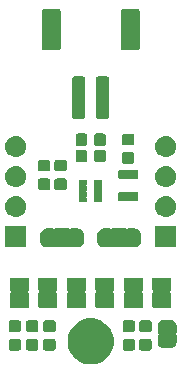
<source format=gts>
G04 #@! TF.GenerationSoftware,KiCad,Pcbnew,(5.1.4)-1*
G04 #@! TF.CreationDate,2019-11-18T19:24:08+01:00*
G04 #@! TF.ProjectId,olmBoard-v1,6f6c6d42-6f61-4726-942d-76312e6b6963,0.1*
G04 #@! TF.SameCoordinates,Original*
G04 #@! TF.FileFunction,Soldermask,Top*
G04 #@! TF.FilePolarity,Negative*
%FSLAX46Y46*%
G04 Gerber Fmt 4.6, Leading zero omitted, Abs format (unit mm)*
G04 Created by KiCad (PCBNEW (5.1.4)-1) date 2019-11-18 19:24:08*
%MOMM*%
%LPD*%
G04 APERTURE LIST*
%ADD10C,0.100000*%
G04 APERTURE END LIST*
D10*
G36*
X158049085Y-112423975D02*
G01*
X158404143Y-112571045D01*
X158404145Y-112571046D01*
X158723690Y-112784559D01*
X158995441Y-113056310D01*
X159189400Y-113346591D01*
X159208955Y-113375857D01*
X159356025Y-113730915D01*
X159431000Y-114107842D01*
X159431000Y-114492158D01*
X159356025Y-114869085D01*
X159208955Y-115224143D01*
X159208954Y-115224145D01*
X158995441Y-115543690D01*
X158723690Y-115815441D01*
X158404145Y-116028954D01*
X158404144Y-116028955D01*
X158404143Y-116028955D01*
X158049085Y-116176025D01*
X157672158Y-116251000D01*
X157287842Y-116251000D01*
X156910915Y-116176025D01*
X156555857Y-116028955D01*
X156555856Y-116028955D01*
X156555855Y-116028954D01*
X156236310Y-115815441D01*
X155964559Y-115543690D01*
X155751046Y-115224145D01*
X155751045Y-115224143D01*
X155603975Y-114869085D01*
X155529000Y-114492158D01*
X155529000Y-114107842D01*
X155603975Y-113730915D01*
X155751045Y-113375857D01*
X155770600Y-113346591D01*
X155964559Y-113056310D01*
X156236310Y-112784559D01*
X156555855Y-112571046D01*
X156555857Y-112571045D01*
X156910915Y-112423975D01*
X157287842Y-112349000D01*
X157672158Y-112349000D01*
X158049085Y-112423975D01*
X158049085Y-112423975D01*
G37*
G36*
X162495091Y-114095085D02*
G01*
X162529069Y-114105393D01*
X162560390Y-114122134D01*
X162587839Y-114144661D01*
X162610366Y-114172110D01*
X162627107Y-114203431D01*
X162637415Y-114237409D01*
X162641500Y-114278890D01*
X162641500Y-114880110D01*
X162637415Y-114921591D01*
X162627107Y-114955569D01*
X162610366Y-114986890D01*
X162587839Y-115014339D01*
X162560390Y-115036866D01*
X162529069Y-115053607D01*
X162495091Y-115063915D01*
X162453610Y-115068000D01*
X161777390Y-115068000D01*
X161735909Y-115063915D01*
X161701931Y-115053607D01*
X161670610Y-115036866D01*
X161643161Y-115014339D01*
X161620634Y-114986890D01*
X161603893Y-114955569D01*
X161593585Y-114921591D01*
X161589500Y-114880110D01*
X161589500Y-114278890D01*
X161593585Y-114237409D01*
X161603893Y-114203431D01*
X161620634Y-114172110D01*
X161643161Y-114144661D01*
X161670610Y-114122134D01*
X161701931Y-114105393D01*
X161735909Y-114095085D01*
X161777390Y-114091000D01*
X162453610Y-114091000D01*
X162495091Y-114095085D01*
X162495091Y-114095085D01*
G37*
G36*
X151446091Y-114095085D02*
G01*
X151480069Y-114105393D01*
X151511390Y-114122134D01*
X151538839Y-114144661D01*
X151561366Y-114172110D01*
X151578107Y-114203431D01*
X151588415Y-114237409D01*
X151592500Y-114278890D01*
X151592500Y-114880110D01*
X151588415Y-114921591D01*
X151578107Y-114955569D01*
X151561366Y-114986890D01*
X151538839Y-115014339D01*
X151511390Y-115036866D01*
X151480069Y-115053607D01*
X151446091Y-115063915D01*
X151404610Y-115068000D01*
X150728390Y-115068000D01*
X150686909Y-115063915D01*
X150652931Y-115053607D01*
X150621610Y-115036866D01*
X150594161Y-115014339D01*
X150571634Y-114986890D01*
X150554893Y-114955569D01*
X150544585Y-114921591D01*
X150540500Y-114880110D01*
X150540500Y-114278890D01*
X150544585Y-114237409D01*
X150554893Y-114203431D01*
X150571634Y-114172110D01*
X150594161Y-114144661D01*
X150621610Y-114122134D01*
X150652931Y-114105393D01*
X150686909Y-114095085D01*
X150728390Y-114091000D01*
X151404610Y-114091000D01*
X151446091Y-114095085D01*
X151446091Y-114095085D01*
G37*
G36*
X152906591Y-114095085D02*
G01*
X152940569Y-114105393D01*
X152971890Y-114122134D01*
X152999339Y-114144661D01*
X153021866Y-114172110D01*
X153038607Y-114203431D01*
X153048915Y-114237409D01*
X153053000Y-114278890D01*
X153053000Y-114880110D01*
X153048915Y-114921591D01*
X153038607Y-114955569D01*
X153021866Y-114986890D01*
X152999339Y-115014339D01*
X152971890Y-115036866D01*
X152940569Y-115053607D01*
X152906591Y-115063915D01*
X152865110Y-115068000D01*
X152188890Y-115068000D01*
X152147409Y-115063915D01*
X152113431Y-115053607D01*
X152082110Y-115036866D01*
X152054661Y-115014339D01*
X152032134Y-114986890D01*
X152015393Y-114955569D01*
X152005085Y-114921591D01*
X152001000Y-114880110D01*
X152001000Y-114278890D01*
X152005085Y-114237409D01*
X152015393Y-114203431D01*
X152032134Y-114172110D01*
X152054661Y-114144661D01*
X152082110Y-114122134D01*
X152113431Y-114105393D01*
X152147409Y-114095085D01*
X152188890Y-114091000D01*
X152865110Y-114091000D01*
X152906591Y-114095085D01*
X152906591Y-114095085D01*
G37*
G36*
X154367091Y-114095085D02*
G01*
X154401069Y-114105393D01*
X154432390Y-114122134D01*
X154459839Y-114144661D01*
X154482366Y-114172110D01*
X154499107Y-114203431D01*
X154509415Y-114237409D01*
X154513500Y-114278890D01*
X154513500Y-114880110D01*
X154509415Y-114921591D01*
X154499107Y-114955569D01*
X154482366Y-114986890D01*
X154459839Y-115014339D01*
X154432390Y-115036866D01*
X154401069Y-115053607D01*
X154367091Y-115063915D01*
X154325610Y-115068000D01*
X153649390Y-115068000D01*
X153607909Y-115063915D01*
X153573931Y-115053607D01*
X153542610Y-115036866D01*
X153515161Y-115014339D01*
X153492634Y-114986890D01*
X153475893Y-114955569D01*
X153465585Y-114921591D01*
X153461500Y-114880110D01*
X153461500Y-114278890D01*
X153465585Y-114237409D01*
X153475893Y-114203431D01*
X153492634Y-114172110D01*
X153515161Y-114144661D01*
X153542610Y-114122134D01*
X153573931Y-114105393D01*
X153607909Y-114095085D01*
X153649390Y-114091000D01*
X154325610Y-114091000D01*
X154367091Y-114095085D01*
X154367091Y-114095085D01*
G37*
G36*
X161098091Y-114095085D02*
G01*
X161132069Y-114105393D01*
X161163390Y-114122134D01*
X161190839Y-114144661D01*
X161213366Y-114172110D01*
X161230107Y-114203431D01*
X161240415Y-114237409D01*
X161244500Y-114278890D01*
X161244500Y-114880110D01*
X161240415Y-114921591D01*
X161230107Y-114955569D01*
X161213366Y-114986890D01*
X161190839Y-115014339D01*
X161163390Y-115036866D01*
X161132069Y-115053607D01*
X161098091Y-115063915D01*
X161056610Y-115068000D01*
X160380390Y-115068000D01*
X160338909Y-115063915D01*
X160304931Y-115053607D01*
X160273610Y-115036866D01*
X160246161Y-115014339D01*
X160223634Y-114986890D01*
X160206893Y-114955569D01*
X160196585Y-114921591D01*
X160192500Y-114880110D01*
X160192500Y-114278890D01*
X160196585Y-114237409D01*
X160206893Y-114203431D01*
X160223634Y-114172110D01*
X160246161Y-114144661D01*
X160273610Y-114122134D01*
X160304931Y-114105393D01*
X160338909Y-114095085D01*
X160380390Y-114091000D01*
X161056610Y-114091000D01*
X161098091Y-114095085D01*
X161098091Y-114095085D01*
G37*
G36*
X164219199Y-112464954D02*
G01*
X164231450Y-112465556D01*
X164249869Y-112465556D01*
X164272149Y-112467750D01*
X164356233Y-112484476D01*
X164377660Y-112490976D01*
X164456858Y-112523780D01*
X164462303Y-112526691D01*
X164462309Y-112526693D01*
X164471169Y-112531429D01*
X164471173Y-112531432D01*
X164476614Y-112534340D01*
X164547899Y-112581971D01*
X164565204Y-112596172D01*
X164625828Y-112656796D01*
X164640029Y-112674101D01*
X164687660Y-112745386D01*
X164690568Y-112750827D01*
X164690571Y-112750831D01*
X164695307Y-112759691D01*
X164695309Y-112759697D01*
X164698220Y-112765142D01*
X164731024Y-112844340D01*
X164737524Y-112865767D01*
X164754250Y-112949851D01*
X164756444Y-112972131D01*
X164756444Y-112990550D01*
X164757046Y-113002801D01*
X164758852Y-113021139D01*
X164758852Y-113508860D01*
X164757263Y-113524999D01*
X164754348Y-113534608D01*
X164749610Y-113543472D01*
X164743237Y-113551237D01*
X164730794Y-113561448D01*
X164720425Y-113568378D01*
X164703098Y-113585705D01*
X164689485Y-113606080D01*
X164680109Y-113628720D01*
X164675329Y-113652753D01*
X164675330Y-113677257D01*
X164680112Y-113701290D01*
X164689490Y-113723929D01*
X164703105Y-113744302D01*
X164720432Y-113761629D01*
X164730802Y-113768558D01*
X164743237Y-113778763D01*
X164749610Y-113786528D01*
X164754348Y-113795392D01*
X164757263Y-113805001D01*
X164758852Y-113821140D01*
X164758852Y-114308862D01*
X164757046Y-114327199D01*
X164756444Y-114339450D01*
X164756444Y-114357869D01*
X164754250Y-114380149D01*
X164737524Y-114464233D01*
X164731024Y-114485660D01*
X164698220Y-114564858D01*
X164695309Y-114570303D01*
X164695307Y-114570309D01*
X164690571Y-114579169D01*
X164690568Y-114579173D01*
X164687660Y-114584614D01*
X164640029Y-114655899D01*
X164625828Y-114673204D01*
X164565204Y-114733828D01*
X164547899Y-114748029D01*
X164476614Y-114795660D01*
X164471173Y-114798568D01*
X164471169Y-114798571D01*
X164462309Y-114803307D01*
X164462303Y-114803309D01*
X164456858Y-114806220D01*
X164377660Y-114839024D01*
X164356233Y-114845524D01*
X164272149Y-114862250D01*
X164249869Y-114864444D01*
X164231450Y-114864444D01*
X164219199Y-114865046D01*
X164200862Y-114866852D01*
X163713138Y-114866852D01*
X163694801Y-114865046D01*
X163682550Y-114864444D01*
X163664131Y-114864444D01*
X163641851Y-114862250D01*
X163557767Y-114845524D01*
X163536340Y-114839024D01*
X163457142Y-114806220D01*
X163451697Y-114803309D01*
X163451691Y-114803307D01*
X163442831Y-114798571D01*
X163442827Y-114798568D01*
X163437386Y-114795660D01*
X163366101Y-114748029D01*
X163348796Y-114733828D01*
X163288172Y-114673204D01*
X163273971Y-114655899D01*
X163226340Y-114584614D01*
X163223432Y-114579173D01*
X163223429Y-114579169D01*
X163218693Y-114570309D01*
X163218691Y-114570303D01*
X163215780Y-114564858D01*
X163182976Y-114485660D01*
X163176476Y-114464233D01*
X163159750Y-114380149D01*
X163157556Y-114357869D01*
X163157556Y-114339450D01*
X163156954Y-114327199D01*
X163155148Y-114308862D01*
X163155148Y-113821140D01*
X163156737Y-113805001D01*
X163159652Y-113795392D01*
X163164390Y-113786528D01*
X163170763Y-113778763D01*
X163183206Y-113768552D01*
X163193575Y-113761622D01*
X163210902Y-113744295D01*
X163224515Y-113723920D01*
X163233891Y-113701280D01*
X163238671Y-113677247D01*
X163238670Y-113652743D01*
X163233888Y-113628710D01*
X163224510Y-113606071D01*
X163210895Y-113585698D01*
X163193568Y-113568371D01*
X163183198Y-113561442D01*
X163170763Y-113551237D01*
X163164390Y-113543472D01*
X163159652Y-113534608D01*
X163156737Y-113524999D01*
X163155148Y-113508860D01*
X163155148Y-113021139D01*
X163156954Y-113002801D01*
X163157556Y-112990550D01*
X163157556Y-112972131D01*
X163159750Y-112949851D01*
X163176476Y-112865767D01*
X163182976Y-112844340D01*
X163215780Y-112765142D01*
X163218691Y-112759697D01*
X163218693Y-112759691D01*
X163223429Y-112750831D01*
X163223432Y-112750827D01*
X163226340Y-112745386D01*
X163273971Y-112674101D01*
X163288172Y-112656796D01*
X163348796Y-112596172D01*
X163366101Y-112581971D01*
X163437386Y-112534340D01*
X163442827Y-112531432D01*
X163442831Y-112531429D01*
X163451691Y-112526693D01*
X163451697Y-112526691D01*
X163457142Y-112523780D01*
X163536340Y-112490976D01*
X163557767Y-112484476D01*
X163641851Y-112467750D01*
X163664131Y-112465556D01*
X163682550Y-112465556D01*
X163694801Y-112464954D01*
X163713139Y-112463148D01*
X164200861Y-112463148D01*
X164219199Y-112464954D01*
X164219199Y-112464954D01*
G37*
G36*
X162495091Y-112520085D02*
G01*
X162529069Y-112530393D01*
X162560390Y-112547134D01*
X162587839Y-112569661D01*
X162610366Y-112597110D01*
X162627107Y-112628431D01*
X162637415Y-112662409D01*
X162641500Y-112703890D01*
X162641500Y-113305110D01*
X162637415Y-113346591D01*
X162627107Y-113380569D01*
X162610366Y-113411890D01*
X162587839Y-113439339D01*
X162560390Y-113461866D01*
X162529069Y-113478607D01*
X162495091Y-113488915D01*
X162453610Y-113493000D01*
X161777390Y-113493000D01*
X161735909Y-113488915D01*
X161701931Y-113478607D01*
X161670610Y-113461866D01*
X161643161Y-113439339D01*
X161620634Y-113411890D01*
X161603893Y-113380569D01*
X161593585Y-113346591D01*
X161589500Y-113305110D01*
X161589500Y-112703890D01*
X161593585Y-112662409D01*
X161603893Y-112628431D01*
X161620634Y-112597110D01*
X161643161Y-112569661D01*
X161670610Y-112547134D01*
X161701931Y-112530393D01*
X161735909Y-112520085D01*
X161777390Y-112516000D01*
X162453610Y-112516000D01*
X162495091Y-112520085D01*
X162495091Y-112520085D01*
G37*
G36*
X161098091Y-112520085D02*
G01*
X161132069Y-112530393D01*
X161163390Y-112547134D01*
X161190839Y-112569661D01*
X161213366Y-112597110D01*
X161230107Y-112628431D01*
X161240415Y-112662409D01*
X161244500Y-112703890D01*
X161244500Y-113305110D01*
X161240415Y-113346591D01*
X161230107Y-113380569D01*
X161213366Y-113411890D01*
X161190839Y-113439339D01*
X161163390Y-113461866D01*
X161132069Y-113478607D01*
X161098091Y-113488915D01*
X161056610Y-113493000D01*
X160380390Y-113493000D01*
X160338909Y-113488915D01*
X160304931Y-113478607D01*
X160273610Y-113461866D01*
X160246161Y-113439339D01*
X160223634Y-113411890D01*
X160206893Y-113380569D01*
X160196585Y-113346591D01*
X160192500Y-113305110D01*
X160192500Y-112703890D01*
X160196585Y-112662409D01*
X160206893Y-112628431D01*
X160223634Y-112597110D01*
X160246161Y-112569661D01*
X160273610Y-112547134D01*
X160304931Y-112530393D01*
X160338909Y-112520085D01*
X160380390Y-112516000D01*
X161056610Y-112516000D01*
X161098091Y-112520085D01*
X161098091Y-112520085D01*
G37*
G36*
X152906591Y-112520085D02*
G01*
X152940569Y-112530393D01*
X152971890Y-112547134D01*
X152999339Y-112569661D01*
X153021866Y-112597110D01*
X153038607Y-112628431D01*
X153048915Y-112662409D01*
X153053000Y-112703890D01*
X153053000Y-113305110D01*
X153048915Y-113346591D01*
X153038607Y-113380569D01*
X153021866Y-113411890D01*
X152999339Y-113439339D01*
X152971890Y-113461866D01*
X152940569Y-113478607D01*
X152906591Y-113488915D01*
X152865110Y-113493000D01*
X152188890Y-113493000D01*
X152147409Y-113488915D01*
X152113431Y-113478607D01*
X152082110Y-113461866D01*
X152054661Y-113439339D01*
X152032134Y-113411890D01*
X152015393Y-113380569D01*
X152005085Y-113346591D01*
X152001000Y-113305110D01*
X152001000Y-112703890D01*
X152005085Y-112662409D01*
X152015393Y-112628431D01*
X152032134Y-112597110D01*
X152054661Y-112569661D01*
X152082110Y-112547134D01*
X152113431Y-112530393D01*
X152147409Y-112520085D01*
X152188890Y-112516000D01*
X152865110Y-112516000D01*
X152906591Y-112520085D01*
X152906591Y-112520085D01*
G37*
G36*
X151446091Y-112520085D02*
G01*
X151480069Y-112530393D01*
X151511390Y-112547134D01*
X151538839Y-112569661D01*
X151561366Y-112597110D01*
X151578107Y-112628431D01*
X151588415Y-112662409D01*
X151592500Y-112703890D01*
X151592500Y-113305110D01*
X151588415Y-113346591D01*
X151578107Y-113380569D01*
X151561366Y-113411890D01*
X151538839Y-113439339D01*
X151511390Y-113461866D01*
X151480069Y-113478607D01*
X151446091Y-113488915D01*
X151404610Y-113493000D01*
X150728390Y-113493000D01*
X150686909Y-113488915D01*
X150652931Y-113478607D01*
X150621610Y-113461866D01*
X150594161Y-113439339D01*
X150571634Y-113411890D01*
X150554893Y-113380569D01*
X150544585Y-113346591D01*
X150540500Y-113305110D01*
X150540500Y-112703890D01*
X150544585Y-112662409D01*
X150554893Y-112628431D01*
X150571634Y-112597110D01*
X150594161Y-112569661D01*
X150621610Y-112547134D01*
X150652931Y-112530393D01*
X150686909Y-112520085D01*
X150728390Y-112516000D01*
X151404610Y-112516000D01*
X151446091Y-112520085D01*
X151446091Y-112520085D01*
G37*
G36*
X154367091Y-112520085D02*
G01*
X154401069Y-112530393D01*
X154432390Y-112547134D01*
X154459839Y-112569661D01*
X154482366Y-112597110D01*
X154499107Y-112628431D01*
X154509415Y-112662409D01*
X154513500Y-112703890D01*
X154513500Y-113305110D01*
X154509415Y-113346591D01*
X154499107Y-113380569D01*
X154482366Y-113411890D01*
X154459839Y-113439339D01*
X154432390Y-113461866D01*
X154401069Y-113478607D01*
X154367091Y-113488915D01*
X154325610Y-113493000D01*
X153649390Y-113493000D01*
X153607909Y-113488915D01*
X153573931Y-113478607D01*
X153542610Y-113461866D01*
X153515161Y-113439339D01*
X153492634Y-113411890D01*
X153475893Y-113380569D01*
X153465585Y-113346591D01*
X153461500Y-113305110D01*
X153461500Y-112703890D01*
X153465585Y-112662409D01*
X153475893Y-112628431D01*
X153492634Y-112597110D01*
X153515161Y-112569661D01*
X153542610Y-112547134D01*
X153573931Y-112530393D01*
X153607909Y-112520085D01*
X153649390Y-112516000D01*
X154325610Y-112516000D01*
X154367091Y-112520085D01*
X154367091Y-112520085D01*
G37*
G36*
X159446499Y-108897237D02*
G01*
X159456108Y-108900152D01*
X159464972Y-108904890D01*
X159472737Y-108911263D01*
X159479110Y-108919028D01*
X159483848Y-108927892D01*
X159486763Y-108937501D01*
X159488352Y-108953640D01*
X159488352Y-109941360D01*
X159486763Y-109957499D01*
X159483848Y-109967108D01*
X159479110Y-109975972D01*
X159472758Y-109983712D01*
X159472737Y-109983737D01*
X159464927Y-109990140D01*
X159464872Y-109990177D01*
X159455353Y-109997980D01*
X159455378Y-109998011D01*
X159441528Y-110009353D01*
X159425963Y-110028279D01*
X159414389Y-110049877D01*
X159407251Y-110073319D01*
X159404824Y-110097702D01*
X159407200Y-110122091D01*
X159414289Y-110145547D01*
X159425818Y-110167170D01*
X159441343Y-110186128D01*
X159460269Y-110201693D01*
X159463325Y-110203529D01*
X159465014Y-110204918D01*
X159465016Y-110204919D01*
X159471212Y-110210015D01*
X159472774Y-110211300D01*
X159479142Y-110219075D01*
X159482291Y-110224983D01*
X159483867Y-110227938D01*
X159486757Y-110237501D01*
X159486782Y-110237585D01*
X159488352Y-110253613D01*
X159488352Y-111391360D01*
X159486763Y-111407499D01*
X159483848Y-111417108D01*
X159479110Y-111425972D01*
X159472737Y-111433737D01*
X159464972Y-111440110D01*
X159456108Y-111444848D01*
X159446499Y-111447763D01*
X159430360Y-111449352D01*
X157942640Y-111449352D01*
X157926501Y-111447763D01*
X157916892Y-111444848D01*
X157908028Y-111440110D01*
X157900263Y-111433737D01*
X157893890Y-111425972D01*
X157889152Y-111417108D01*
X157886237Y-111407499D01*
X157884648Y-111391360D01*
X157884648Y-110253640D01*
X157886237Y-110237501D01*
X157889152Y-110227892D01*
X157893890Y-110219028D01*
X157900263Y-110211263D01*
X157913237Y-110200616D01*
X157922468Y-110194447D01*
X157939794Y-110177119D01*
X157953407Y-110156744D01*
X157962783Y-110134105D01*
X157967563Y-110110072D01*
X157967562Y-110085568D01*
X157962780Y-110061535D01*
X157953402Y-110038896D01*
X157939787Y-110018522D01*
X157922459Y-110001196D01*
X157913183Y-109994325D01*
X157900300Y-109983774D01*
X157899168Y-109982397D01*
X157893919Y-109976016D01*
X157889174Y-109967161D01*
X157888249Y-109964123D01*
X157886258Y-109957585D01*
X157886258Y-109957582D01*
X157886248Y-109957550D01*
X157885253Y-109947500D01*
X157885253Y-109947435D01*
X157884648Y-109941325D01*
X157884648Y-108953640D01*
X157886237Y-108937501D01*
X157889152Y-108927892D01*
X157893890Y-108919028D01*
X157900263Y-108911263D01*
X157908028Y-108904890D01*
X157916892Y-108900152D01*
X157926501Y-108897237D01*
X157942640Y-108895648D01*
X159430360Y-108895648D01*
X159446499Y-108897237D01*
X159446499Y-108897237D01*
G37*
G36*
X152207499Y-108897237D02*
G01*
X152217108Y-108900152D01*
X152225972Y-108904890D01*
X152233737Y-108911263D01*
X152240110Y-108919028D01*
X152244848Y-108927892D01*
X152247763Y-108937501D01*
X152249352Y-108953640D01*
X152249352Y-109941360D01*
X152247763Y-109957499D01*
X152244848Y-109967108D01*
X152240110Y-109975972D01*
X152233758Y-109983712D01*
X152233737Y-109983737D01*
X152225927Y-109990140D01*
X152225872Y-109990177D01*
X152216353Y-109997980D01*
X152216378Y-109998011D01*
X152202528Y-110009353D01*
X152186963Y-110028279D01*
X152175389Y-110049877D01*
X152168251Y-110073319D01*
X152165824Y-110097702D01*
X152168200Y-110122091D01*
X152175289Y-110145547D01*
X152186818Y-110167170D01*
X152202343Y-110186128D01*
X152221269Y-110201693D01*
X152224325Y-110203529D01*
X152226014Y-110204918D01*
X152226016Y-110204919D01*
X152232212Y-110210015D01*
X152233774Y-110211300D01*
X152240142Y-110219075D01*
X152243291Y-110224983D01*
X152244867Y-110227938D01*
X152247757Y-110237501D01*
X152247782Y-110237585D01*
X152249352Y-110253613D01*
X152249352Y-111391360D01*
X152247763Y-111407499D01*
X152244848Y-111417108D01*
X152240110Y-111425972D01*
X152233737Y-111433737D01*
X152225972Y-111440110D01*
X152217108Y-111444848D01*
X152207499Y-111447763D01*
X152191360Y-111449352D01*
X150703640Y-111449352D01*
X150687501Y-111447763D01*
X150677892Y-111444848D01*
X150669028Y-111440110D01*
X150661263Y-111433737D01*
X150654890Y-111425972D01*
X150650152Y-111417108D01*
X150647237Y-111407499D01*
X150645648Y-111391360D01*
X150645648Y-110253640D01*
X150647237Y-110237501D01*
X150650152Y-110227892D01*
X150654890Y-110219028D01*
X150661263Y-110211263D01*
X150674237Y-110200616D01*
X150683468Y-110194447D01*
X150700794Y-110177119D01*
X150714407Y-110156744D01*
X150723783Y-110134105D01*
X150728563Y-110110072D01*
X150728562Y-110085568D01*
X150723780Y-110061535D01*
X150714402Y-110038896D01*
X150700787Y-110018522D01*
X150683459Y-110001196D01*
X150674183Y-109994325D01*
X150661300Y-109983774D01*
X150660168Y-109982397D01*
X150654919Y-109976016D01*
X150650174Y-109967161D01*
X150649249Y-109964123D01*
X150647258Y-109957585D01*
X150647258Y-109957582D01*
X150647248Y-109957550D01*
X150646253Y-109947500D01*
X150646253Y-109947435D01*
X150645648Y-109941325D01*
X150645648Y-108953640D01*
X150647237Y-108937501D01*
X150650152Y-108927892D01*
X150654890Y-108919028D01*
X150661263Y-108911263D01*
X150669028Y-108904890D01*
X150677892Y-108900152D01*
X150687501Y-108897237D01*
X150703640Y-108895648D01*
X152191360Y-108895648D01*
X152207499Y-108897237D01*
X152207499Y-108897237D01*
G37*
G36*
X154620499Y-108897237D02*
G01*
X154630108Y-108900152D01*
X154638972Y-108904890D01*
X154646737Y-108911263D01*
X154653110Y-108919028D01*
X154657848Y-108927892D01*
X154660763Y-108937501D01*
X154662352Y-108953640D01*
X154662352Y-109941360D01*
X154660763Y-109957499D01*
X154657848Y-109967108D01*
X154653110Y-109975972D01*
X154646758Y-109983712D01*
X154646737Y-109983737D01*
X154638927Y-109990140D01*
X154638872Y-109990177D01*
X154629353Y-109997980D01*
X154629378Y-109998011D01*
X154615528Y-110009353D01*
X154599963Y-110028279D01*
X154588389Y-110049877D01*
X154581251Y-110073319D01*
X154578824Y-110097702D01*
X154581200Y-110122091D01*
X154588289Y-110145547D01*
X154599818Y-110167170D01*
X154615343Y-110186128D01*
X154634269Y-110201693D01*
X154637325Y-110203529D01*
X154639014Y-110204918D01*
X154639016Y-110204919D01*
X154645212Y-110210015D01*
X154646774Y-110211300D01*
X154653142Y-110219075D01*
X154656291Y-110224983D01*
X154657867Y-110227938D01*
X154660757Y-110237501D01*
X154660782Y-110237585D01*
X154662352Y-110253613D01*
X154662352Y-111391360D01*
X154660763Y-111407499D01*
X154657848Y-111417108D01*
X154653110Y-111425972D01*
X154646737Y-111433737D01*
X154638972Y-111440110D01*
X154630108Y-111444848D01*
X154620499Y-111447763D01*
X154604360Y-111449352D01*
X153116640Y-111449352D01*
X153100501Y-111447763D01*
X153090892Y-111444848D01*
X153082028Y-111440110D01*
X153074263Y-111433737D01*
X153067890Y-111425972D01*
X153063152Y-111417108D01*
X153060237Y-111407499D01*
X153058648Y-111391360D01*
X153058648Y-110253640D01*
X153060237Y-110237501D01*
X153063152Y-110227892D01*
X153067890Y-110219028D01*
X153074263Y-110211263D01*
X153087237Y-110200616D01*
X153096468Y-110194447D01*
X153113794Y-110177119D01*
X153127407Y-110156744D01*
X153136783Y-110134105D01*
X153141563Y-110110072D01*
X153141562Y-110085568D01*
X153136780Y-110061535D01*
X153127402Y-110038896D01*
X153113787Y-110018522D01*
X153096459Y-110001196D01*
X153087183Y-109994325D01*
X153074300Y-109983774D01*
X153073168Y-109982397D01*
X153067919Y-109976016D01*
X153063174Y-109967161D01*
X153062249Y-109964123D01*
X153060258Y-109957585D01*
X153060258Y-109957582D01*
X153060248Y-109957550D01*
X153059253Y-109947500D01*
X153059253Y-109947435D01*
X153058648Y-109941325D01*
X153058648Y-108953640D01*
X153060237Y-108937501D01*
X153063152Y-108927892D01*
X153067890Y-108919028D01*
X153074263Y-108911263D01*
X153082028Y-108904890D01*
X153090892Y-108900152D01*
X153100501Y-108897237D01*
X153116640Y-108895648D01*
X154604360Y-108895648D01*
X154620499Y-108897237D01*
X154620499Y-108897237D01*
G37*
G36*
X157033499Y-108897237D02*
G01*
X157043108Y-108900152D01*
X157051972Y-108904890D01*
X157059737Y-108911263D01*
X157066110Y-108919028D01*
X157070848Y-108927892D01*
X157073763Y-108937501D01*
X157075352Y-108953640D01*
X157075352Y-109941360D01*
X157073763Y-109957499D01*
X157070848Y-109967108D01*
X157066110Y-109975972D01*
X157059758Y-109983712D01*
X157059737Y-109983737D01*
X157051927Y-109990140D01*
X157051872Y-109990177D01*
X157042353Y-109997980D01*
X157042378Y-109998011D01*
X157028528Y-110009353D01*
X157012963Y-110028279D01*
X157001389Y-110049877D01*
X156994251Y-110073319D01*
X156991824Y-110097702D01*
X156994200Y-110122091D01*
X157001289Y-110145547D01*
X157012818Y-110167170D01*
X157028343Y-110186128D01*
X157047269Y-110201693D01*
X157050325Y-110203529D01*
X157052014Y-110204918D01*
X157052016Y-110204919D01*
X157058212Y-110210015D01*
X157059774Y-110211300D01*
X157066142Y-110219075D01*
X157069291Y-110224983D01*
X157070867Y-110227938D01*
X157073757Y-110237501D01*
X157073782Y-110237585D01*
X157075352Y-110253613D01*
X157075352Y-111391360D01*
X157073763Y-111407499D01*
X157070848Y-111417108D01*
X157066110Y-111425972D01*
X157059737Y-111433737D01*
X157051972Y-111440110D01*
X157043108Y-111444848D01*
X157033499Y-111447763D01*
X157017360Y-111449352D01*
X155529640Y-111449352D01*
X155513501Y-111447763D01*
X155503892Y-111444848D01*
X155495028Y-111440110D01*
X155487263Y-111433737D01*
X155480890Y-111425972D01*
X155476152Y-111417108D01*
X155473237Y-111407499D01*
X155471648Y-111391360D01*
X155471648Y-110253640D01*
X155473237Y-110237501D01*
X155476152Y-110227892D01*
X155480890Y-110219028D01*
X155487263Y-110211263D01*
X155500237Y-110200616D01*
X155509468Y-110194447D01*
X155526794Y-110177119D01*
X155540407Y-110156744D01*
X155549783Y-110134105D01*
X155554563Y-110110072D01*
X155554562Y-110085568D01*
X155549780Y-110061535D01*
X155540402Y-110038896D01*
X155526787Y-110018522D01*
X155509459Y-110001196D01*
X155500183Y-109994325D01*
X155487300Y-109983774D01*
X155486168Y-109982397D01*
X155480919Y-109976016D01*
X155476174Y-109967161D01*
X155475249Y-109964123D01*
X155473258Y-109957585D01*
X155473258Y-109957582D01*
X155473248Y-109957550D01*
X155472253Y-109947500D01*
X155472253Y-109947435D01*
X155471648Y-109941325D01*
X155471648Y-108953640D01*
X155473237Y-108937501D01*
X155476152Y-108927892D01*
X155480890Y-108919028D01*
X155487263Y-108911263D01*
X155495028Y-108904890D01*
X155503892Y-108900152D01*
X155513501Y-108897237D01*
X155529640Y-108895648D01*
X157017360Y-108895648D01*
X157033499Y-108897237D01*
X157033499Y-108897237D01*
G37*
G36*
X161859499Y-108897237D02*
G01*
X161869108Y-108900152D01*
X161877972Y-108904890D01*
X161885737Y-108911263D01*
X161892110Y-108919028D01*
X161896848Y-108927892D01*
X161899763Y-108937501D01*
X161901352Y-108953640D01*
X161901352Y-109941360D01*
X161899763Y-109957499D01*
X161896848Y-109967108D01*
X161892110Y-109975972D01*
X161885758Y-109983712D01*
X161885737Y-109983737D01*
X161877927Y-109990140D01*
X161877872Y-109990177D01*
X161868353Y-109997980D01*
X161868378Y-109998011D01*
X161854528Y-110009353D01*
X161838963Y-110028279D01*
X161827389Y-110049877D01*
X161820251Y-110073319D01*
X161817824Y-110097702D01*
X161820200Y-110122091D01*
X161827289Y-110145547D01*
X161838818Y-110167170D01*
X161854343Y-110186128D01*
X161873269Y-110201693D01*
X161876325Y-110203529D01*
X161878014Y-110204918D01*
X161878016Y-110204919D01*
X161884212Y-110210015D01*
X161885774Y-110211300D01*
X161892142Y-110219075D01*
X161895291Y-110224983D01*
X161896867Y-110227938D01*
X161899757Y-110237501D01*
X161899782Y-110237585D01*
X161901352Y-110253613D01*
X161901352Y-111391360D01*
X161899763Y-111407499D01*
X161896848Y-111417108D01*
X161892110Y-111425972D01*
X161885737Y-111433737D01*
X161877972Y-111440110D01*
X161869108Y-111444848D01*
X161859499Y-111447763D01*
X161843360Y-111449352D01*
X160355640Y-111449352D01*
X160339501Y-111447763D01*
X160329892Y-111444848D01*
X160321028Y-111440110D01*
X160313263Y-111433737D01*
X160306890Y-111425972D01*
X160302152Y-111417108D01*
X160299237Y-111407499D01*
X160297648Y-111391360D01*
X160297648Y-110253640D01*
X160299237Y-110237501D01*
X160302152Y-110227892D01*
X160306890Y-110219028D01*
X160313263Y-110211263D01*
X160326237Y-110200616D01*
X160335468Y-110194447D01*
X160352794Y-110177119D01*
X160366407Y-110156744D01*
X160375783Y-110134105D01*
X160380563Y-110110072D01*
X160380562Y-110085568D01*
X160375780Y-110061535D01*
X160366402Y-110038896D01*
X160352787Y-110018522D01*
X160335459Y-110001196D01*
X160326183Y-109994325D01*
X160313300Y-109983774D01*
X160312168Y-109982397D01*
X160306919Y-109976016D01*
X160302174Y-109967161D01*
X160301249Y-109964123D01*
X160299258Y-109957585D01*
X160299258Y-109957582D01*
X160299248Y-109957550D01*
X160298253Y-109947500D01*
X160298253Y-109947435D01*
X160297648Y-109941325D01*
X160297648Y-108953640D01*
X160299237Y-108937501D01*
X160302152Y-108927892D01*
X160306890Y-108919028D01*
X160313263Y-108911263D01*
X160321028Y-108904890D01*
X160329892Y-108900152D01*
X160339501Y-108897237D01*
X160355640Y-108895648D01*
X161843360Y-108895648D01*
X161859499Y-108897237D01*
X161859499Y-108897237D01*
G37*
G36*
X164272499Y-108897237D02*
G01*
X164282108Y-108900152D01*
X164290972Y-108904890D01*
X164298737Y-108911263D01*
X164305110Y-108919028D01*
X164309848Y-108927892D01*
X164312763Y-108937501D01*
X164314352Y-108953640D01*
X164314352Y-109941360D01*
X164312763Y-109957499D01*
X164309848Y-109967108D01*
X164305110Y-109975972D01*
X164298758Y-109983712D01*
X164298737Y-109983737D01*
X164290927Y-109990140D01*
X164290872Y-109990177D01*
X164281353Y-109997980D01*
X164281378Y-109998011D01*
X164267528Y-110009353D01*
X164251963Y-110028279D01*
X164240389Y-110049877D01*
X164233251Y-110073319D01*
X164230824Y-110097702D01*
X164233200Y-110122091D01*
X164240289Y-110145547D01*
X164251818Y-110167170D01*
X164267343Y-110186128D01*
X164286269Y-110201693D01*
X164289325Y-110203529D01*
X164291014Y-110204918D01*
X164291016Y-110204919D01*
X164297212Y-110210015D01*
X164298774Y-110211300D01*
X164305142Y-110219075D01*
X164308291Y-110224983D01*
X164309867Y-110227938D01*
X164312757Y-110237501D01*
X164312782Y-110237585D01*
X164314352Y-110253613D01*
X164314352Y-111391360D01*
X164312763Y-111407499D01*
X164309848Y-111417108D01*
X164305110Y-111425972D01*
X164298737Y-111433737D01*
X164290972Y-111440110D01*
X164282108Y-111444848D01*
X164272499Y-111447763D01*
X164256360Y-111449352D01*
X162768640Y-111449352D01*
X162752501Y-111447763D01*
X162742892Y-111444848D01*
X162734028Y-111440110D01*
X162726263Y-111433737D01*
X162719890Y-111425972D01*
X162715152Y-111417108D01*
X162712237Y-111407499D01*
X162710648Y-111391360D01*
X162710648Y-110253640D01*
X162712237Y-110237501D01*
X162715152Y-110227892D01*
X162719890Y-110219028D01*
X162726263Y-110211263D01*
X162739237Y-110200616D01*
X162748468Y-110194447D01*
X162765794Y-110177119D01*
X162779407Y-110156744D01*
X162788783Y-110134105D01*
X162793563Y-110110072D01*
X162793562Y-110085568D01*
X162788780Y-110061535D01*
X162779402Y-110038896D01*
X162765787Y-110018522D01*
X162748459Y-110001196D01*
X162739183Y-109994325D01*
X162726300Y-109983774D01*
X162725168Y-109982397D01*
X162719919Y-109976016D01*
X162715174Y-109967161D01*
X162714249Y-109964123D01*
X162712258Y-109957585D01*
X162712258Y-109957582D01*
X162712248Y-109957550D01*
X162711253Y-109947500D01*
X162711253Y-109947435D01*
X162710648Y-109941325D01*
X162710648Y-108953640D01*
X162712237Y-108937501D01*
X162715152Y-108927892D01*
X162719890Y-108919028D01*
X162726263Y-108911263D01*
X162734028Y-108904890D01*
X162742892Y-108900152D01*
X162752501Y-108897237D01*
X162768640Y-108895648D01*
X164256360Y-108895648D01*
X164272499Y-108897237D01*
X164272499Y-108897237D01*
G37*
G36*
X154326999Y-104736737D02*
G01*
X154341528Y-104741145D01*
X154354711Y-104746606D01*
X154378745Y-104751388D01*
X154403249Y-104751389D01*
X154427282Y-104746609D01*
X154449921Y-104737232D01*
X154451765Y-104736000D01*
X155683050Y-104736000D01*
X155695164Y-104742475D01*
X155718613Y-104749588D01*
X155742999Y-104751990D01*
X155767385Y-104749588D01*
X155790834Y-104742475D01*
X155795746Y-104740152D01*
X155807001Y-104736737D01*
X155823140Y-104735148D01*
X156360861Y-104735148D01*
X156379199Y-104736954D01*
X156391450Y-104737556D01*
X156409869Y-104737556D01*
X156432149Y-104739750D01*
X156516233Y-104756476D01*
X156537660Y-104762976D01*
X156616858Y-104795780D01*
X156622303Y-104798691D01*
X156622309Y-104798693D01*
X156631169Y-104803429D01*
X156631173Y-104803432D01*
X156636614Y-104806340D01*
X156707899Y-104853971D01*
X156725204Y-104868172D01*
X156785828Y-104928796D01*
X156800029Y-104946101D01*
X156847660Y-105017386D01*
X156850568Y-105022827D01*
X156850571Y-105022831D01*
X156855307Y-105031691D01*
X156855309Y-105031697D01*
X156858220Y-105037142D01*
X156891024Y-105116340D01*
X156897524Y-105137767D01*
X156914250Y-105221851D01*
X156916444Y-105244131D01*
X156916444Y-105262550D01*
X156917046Y-105274801D01*
X156918852Y-105293139D01*
X156918852Y-105780862D01*
X156917046Y-105799199D01*
X156916444Y-105811450D01*
X156916444Y-105829869D01*
X156914250Y-105852149D01*
X156897524Y-105936233D01*
X156891024Y-105957660D01*
X156858220Y-106036858D01*
X156855309Y-106042303D01*
X156855307Y-106042309D01*
X156850571Y-106051169D01*
X156850568Y-106051173D01*
X156847660Y-106056614D01*
X156800029Y-106127899D01*
X156785828Y-106145204D01*
X156725204Y-106205828D01*
X156707899Y-106220029D01*
X156636614Y-106267660D01*
X156631173Y-106270568D01*
X156631169Y-106270571D01*
X156622309Y-106275307D01*
X156622303Y-106275309D01*
X156616858Y-106278220D01*
X156537660Y-106311024D01*
X156516233Y-106317524D01*
X156432149Y-106334250D01*
X156409869Y-106336444D01*
X156391450Y-106336444D01*
X156379199Y-106337046D01*
X156360862Y-106338852D01*
X155823140Y-106338852D01*
X155807001Y-106337263D01*
X155792472Y-106332855D01*
X155779289Y-106327394D01*
X155755255Y-106322612D01*
X155730751Y-106322611D01*
X155706718Y-106327391D01*
X155684079Y-106336768D01*
X155682235Y-106338000D01*
X154450950Y-106338000D01*
X154438836Y-106331525D01*
X154415387Y-106324412D01*
X154391001Y-106322010D01*
X154366615Y-106324412D01*
X154343166Y-106331525D01*
X154338254Y-106333848D01*
X154326999Y-106337263D01*
X154310860Y-106338852D01*
X153773138Y-106338852D01*
X153754801Y-106337046D01*
X153742550Y-106336444D01*
X153724131Y-106336444D01*
X153701851Y-106334250D01*
X153617767Y-106317524D01*
X153596340Y-106311024D01*
X153517142Y-106278220D01*
X153511697Y-106275309D01*
X153511691Y-106275307D01*
X153502831Y-106270571D01*
X153502827Y-106270568D01*
X153497386Y-106267660D01*
X153426101Y-106220029D01*
X153408796Y-106205828D01*
X153348172Y-106145204D01*
X153333971Y-106127899D01*
X153286340Y-106056614D01*
X153283432Y-106051173D01*
X153283429Y-106051169D01*
X153278693Y-106042309D01*
X153278691Y-106042303D01*
X153275780Y-106036858D01*
X153242976Y-105957660D01*
X153236476Y-105936233D01*
X153219750Y-105852149D01*
X153217556Y-105829869D01*
X153217556Y-105811450D01*
X153216954Y-105799199D01*
X153215148Y-105780862D01*
X153215148Y-105293139D01*
X153216954Y-105274801D01*
X153217556Y-105262550D01*
X153217556Y-105244131D01*
X153219750Y-105221851D01*
X153236476Y-105137767D01*
X153242976Y-105116340D01*
X153275780Y-105037142D01*
X153278691Y-105031697D01*
X153278693Y-105031691D01*
X153283429Y-105022831D01*
X153283432Y-105022827D01*
X153286340Y-105017386D01*
X153333971Y-104946101D01*
X153348172Y-104928796D01*
X153408796Y-104868172D01*
X153426101Y-104853971D01*
X153497386Y-104806340D01*
X153502827Y-104803432D01*
X153502831Y-104803429D01*
X153511691Y-104798693D01*
X153511697Y-104798691D01*
X153517142Y-104795780D01*
X153596340Y-104762976D01*
X153617767Y-104756476D01*
X153701851Y-104739750D01*
X153724131Y-104737556D01*
X153742550Y-104737556D01*
X153754801Y-104736954D01*
X153773139Y-104735148D01*
X154310860Y-104735148D01*
X154326999Y-104736737D01*
X154326999Y-104736737D01*
G37*
G36*
X159152999Y-104736737D02*
G01*
X159167528Y-104741145D01*
X159180711Y-104746606D01*
X159204745Y-104751388D01*
X159229249Y-104751389D01*
X159253282Y-104746609D01*
X159275921Y-104737232D01*
X159277765Y-104736000D01*
X160509050Y-104736000D01*
X160521164Y-104742475D01*
X160544613Y-104749588D01*
X160568999Y-104751990D01*
X160593385Y-104749588D01*
X160616834Y-104742475D01*
X160621746Y-104740152D01*
X160633001Y-104736737D01*
X160649140Y-104735148D01*
X161186861Y-104735148D01*
X161205199Y-104736954D01*
X161217450Y-104737556D01*
X161235869Y-104737556D01*
X161258149Y-104739750D01*
X161342233Y-104756476D01*
X161363660Y-104762976D01*
X161442858Y-104795780D01*
X161448303Y-104798691D01*
X161448309Y-104798693D01*
X161457169Y-104803429D01*
X161457173Y-104803432D01*
X161462614Y-104806340D01*
X161533899Y-104853971D01*
X161551204Y-104868172D01*
X161611828Y-104928796D01*
X161626029Y-104946101D01*
X161673660Y-105017386D01*
X161676568Y-105022827D01*
X161676571Y-105022831D01*
X161681307Y-105031691D01*
X161681309Y-105031697D01*
X161684220Y-105037142D01*
X161717024Y-105116340D01*
X161723524Y-105137767D01*
X161740250Y-105221851D01*
X161742444Y-105244131D01*
X161742444Y-105262550D01*
X161743046Y-105274801D01*
X161744852Y-105293139D01*
X161744852Y-105780862D01*
X161743046Y-105799199D01*
X161742444Y-105811450D01*
X161742444Y-105829869D01*
X161740250Y-105852149D01*
X161723524Y-105936233D01*
X161717024Y-105957660D01*
X161684220Y-106036858D01*
X161681309Y-106042303D01*
X161681307Y-106042309D01*
X161676571Y-106051169D01*
X161676568Y-106051173D01*
X161673660Y-106056614D01*
X161626029Y-106127899D01*
X161611828Y-106145204D01*
X161551204Y-106205828D01*
X161533899Y-106220029D01*
X161462614Y-106267660D01*
X161457173Y-106270568D01*
X161457169Y-106270571D01*
X161448309Y-106275307D01*
X161448303Y-106275309D01*
X161442858Y-106278220D01*
X161363660Y-106311024D01*
X161342233Y-106317524D01*
X161258149Y-106334250D01*
X161235869Y-106336444D01*
X161217450Y-106336444D01*
X161205199Y-106337046D01*
X161186862Y-106338852D01*
X160649140Y-106338852D01*
X160633001Y-106337263D01*
X160618472Y-106332855D01*
X160605289Y-106327394D01*
X160581255Y-106322612D01*
X160556751Y-106322611D01*
X160532718Y-106327391D01*
X160510079Y-106336768D01*
X160508235Y-106338000D01*
X159276950Y-106338000D01*
X159264836Y-106331525D01*
X159241387Y-106324412D01*
X159217001Y-106322010D01*
X159192615Y-106324412D01*
X159169166Y-106331525D01*
X159164254Y-106333848D01*
X159152999Y-106337263D01*
X159136860Y-106338852D01*
X158599138Y-106338852D01*
X158580801Y-106337046D01*
X158568550Y-106336444D01*
X158550131Y-106336444D01*
X158527851Y-106334250D01*
X158443767Y-106317524D01*
X158422340Y-106311024D01*
X158343142Y-106278220D01*
X158337697Y-106275309D01*
X158337691Y-106275307D01*
X158328831Y-106270571D01*
X158328827Y-106270568D01*
X158323386Y-106267660D01*
X158252101Y-106220029D01*
X158234796Y-106205828D01*
X158174172Y-106145204D01*
X158159971Y-106127899D01*
X158112340Y-106056614D01*
X158109432Y-106051173D01*
X158109429Y-106051169D01*
X158104693Y-106042309D01*
X158104691Y-106042303D01*
X158101780Y-106036858D01*
X158068976Y-105957660D01*
X158062476Y-105936233D01*
X158045750Y-105852149D01*
X158043556Y-105829869D01*
X158043556Y-105811450D01*
X158042954Y-105799199D01*
X158041148Y-105780862D01*
X158041148Y-105293139D01*
X158042954Y-105274801D01*
X158043556Y-105262550D01*
X158043556Y-105244131D01*
X158045750Y-105221851D01*
X158062476Y-105137767D01*
X158068976Y-105116340D01*
X158101780Y-105037142D01*
X158104691Y-105031697D01*
X158104693Y-105031691D01*
X158109429Y-105022831D01*
X158109432Y-105022827D01*
X158112340Y-105017386D01*
X158159971Y-104946101D01*
X158174172Y-104928796D01*
X158234796Y-104868172D01*
X158252101Y-104853971D01*
X158323386Y-104806340D01*
X158328827Y-104803432D01*
X158328831Y-104803429D01*
X158337691Y-104798693D01*
X158337697Y-104798691D01*
X158343142Y-104795780D01*
X158422340Y-104762976D01*
X158443767Y-104756476D01*
X158527851Y-104739750D01*
X158550131Y-104737556D01*
X158568550Y-104737556D01*
X158580801Y-104736954D01*
X158599139Y-104735148D01*
X159136860Y-104735148D01*
X159152999Y-104736737D01*
X159152999Y-104736737D01*
G37*
G36*
X164731000Y-106311000D02*
G01*
X162929000Y-106311000D01*
X162929000Y-104509000D01*
X164731000Y-104509000D01*
X164731000Y-106311000D01*
X164731000Y-106311000D01*
G37*
G36*
X152031000Y-106311000D02*
G01*
X150229000Y-106311000D01*
X150229000Y-104509000D01*
X152031000Y-104509000D01*
X152031000Y-106311000D01*
X152031000Y-106311000D01*
G37*
G36*
X163940442Y-101975518D02*
G01*
X164006627Y-101982037D01*
X164176466Y-102033557D01*
X164332991Y-102117222D01*
X164351345Y-102132285D01*
X164470186Y-102229814D01*
X164542085Y-102317425D01*
X164582778Y-102367009D01*
X164666443Y-102523534D01*
X164717963Y-102693373D01*
X164735359Y-102870000D01*
X164717963Y-103046627D01*
X164666443Y-103216466D01*
X164582778Y-103372991D01*
X164553448Y-103408729D01*
X164470186Y-103510186D01*
X164368729Y-103593448D01*
X164332991Y-103622778D01*
X164176466Y-103706443D01*
X164006627Y-103757963D01*
X163940443Y-103764481D01*
X163874260Y-103771000D01*
X163785740Y-103771000D01*
X163719557Y-103764481D01*
X163653373Y-103757963D01*
X163483534Y-103706443D01*
X163327009Y-103622778D01*
X163291271Y-103593448D01*
X163189814Y-103510186D01*
X163106552Y-103408729D01*
X163077222Y-103372991D01*
X162993557Y-103216466D01*
X162942037Y-103046627D01*
X162924641Y-102870000D01*
X162942037Y-102693373D01*
X162993557Y-102523534D01*
X163077222Y-102367009D01*
X163117915Y-102317425D01*
X163189814Y-102229814D01*
X163308655Y-102132285D01*
X163327009Y-102117222D01*
X163483534Y-102033557D01*
X163653373Y-101982037D01*
X163719558Y-101975518D01*
X163785740Y-101969000D01*
X163874260Y-101969000D01*
X163940442Y-101975518D01*
X163940442Y-101975518D01*
G37*
G36*
X151240442Y-101975518D02*
G01*
X151306627Y-101982037D01*
X151476466Y-102033557D01*
X151632991Y-102117222D01*
X151651345Y-102132285D01*
X151770186Y-102229814D01*
X151842085Y-102317425D01*
X151882778Y-102367009D01*
X151966443Y-102523534D01*
X152017963Y-102693373D01*
X152035359Y-102870000D01*
X152017963Y-103046627D01*
X151966443Y-103216466D01*
X151882778Y-103372991D01*
X151853448Y-103408729D01*
X151770186Y-103510186D01*
X151668729Y-103593448D01*
X151632991Y-103622778D01*
X151476466Y-103706443D01*
X151306627Y-103757963D01*
X151240443Y-103764481D01*
X151174260Y-103771000D01*
X151085740Y-103771000D01*
X151019557Y-103764481D01*
X150953373Y-103757963D01*
X150783534Y-103706443D01*
X150627009Y-103622778D01*
X150591271Y-103593448D01*
X150489814Y-103510186D01*
X150406552Y-103408729D01*
X150377222Y-103372991D01*
X150293557Y-103216466D01*
X150242037Y-103046627D01*
X150224641Y-102870000D01*
X150242037Y-102693373D01*
X150293557Y-102523534D01*
X150377222Y-102367009D01*
X150417915Y-102317425D01*
X150489814Y-102229814D01*
X150608655Y-102132285D01*
X150627009Y-102117222D01*
X150783534Y-102033557D01*
X150953373Y-101982037D01*
X151019558Y-101975518D01*
X151085740Y-101969000D01*
X151174260Y-101969000D01*
X151240442Y-101975518D01*
X151240442Y-101975518D01*
G37*
G36*
X158445355Y-100671083D02*
G01*
X158450029Y-100672501D01*
X158454331Y-100674800D01*
X158458104Y-100677896D01*
X158461200Y-100681669D01*
X158463499Y-100685971D01*
X158464917Y-100690645D01*
X158466000Y-100701641D01*
X158466000Y-100990359D01*
X158464917Y-101001355D01*
X158463499Y-101006029D01*
X158461200Y-101010330D01*
X158455971Y-101016702D01*
X158442357Y-101037076D01*
X158432980Y-101059715D01*
X158428200Y-101083749D01*
X158428200Y-101108253D01*
X158432981Y-101132286D01*
X158442358Y-101154925D01*
X158455971Y-101175298D01*
X158461200Y-101181670D01*
X158463499Y-101185971D01*
X158464917Y-101190645D01*
X158466000Y-101201641D01*
X158466000Y-101490359D01*
X158464917Y-101501355D01*
X158463499Y-101506029D01*
X158461200Y-101510330D01*
X158455971Y-101516702D01*
X158442357Y-101537076D01*
X158432980Y-101559715D01*
X158428200Y-101583749D01*
X158428200Y-101608253D01*
X158432981Y-101632286D01*
X158442358Y-101654925D01*
X158455971Y-101675298D01*
X158461200Y-101681670D01*
X158463499Y-101685971D01*
X158464917Y-101690645D01*
X158466000Y-101701641D01*
X158466000Y-101990359D01*
X158464917Y-102001355D01*
X158463499Y-102006029D01*
X158461200Y-102010330D01*
X158455971Y-102016702D01*
X158442357Y-102037076D01*
X158432980Y-102059715D01*
X158428200Y-102083749D01*
X158428200Y-102108253D01*
X158432981Y-102132286D01*
X158442358Y-102154925D01*
X158455971Y-102175298D01*
X158461200Y-102181670D01*
X158463499Y-102185971D01*
X158464917Y-102190645D01*
X158466000Y-102201641D01*
X158466000Y-102490359D01*
X158464917Y-102501355D01*
X158463499Y-102506029D01*
X158461200Y-102510331D01*
X158458104Y-102514104D01*
X158454331Y-102517200D01*
X158450029Y-102519499D01*
X158445355Y-102520917D01*
X158434359Y-102522000D01*
X157795641Y-102522000D01*
X157784645Y-102520917D01*
X157779971Y-102519499D01*
X157775669Y-102517200D01*
X157771896Y-102514104D01*
X157768800Y-102510331D01*
X157766501Y-102506029D01*
X157765083Y-102501355D01*
X157764000Y-102490359D01*
X157764000Y-102201641D01*
X157765083Y-102190645D01*
X157766501Y-102185971D01*
X157768800Y-102181670D01*
X157774029Y-102175298D01*
X157787643Y-102154924D01*
X157797020Y-102132285D01*
X157801800Y-102108251D01*
X157801800Y-102083747D01*
X157797019Y-102059714D01*
X157787642Y-102037075D01*
X157774029Y-102016702D01*
X157768800Y-102010330D01*
X157766501Y-102006029D01*
X157765083Y-102001355D01*
X157764000Y-101990359D01*
X157764000Y-101701641D01*
X157765083Y-101690645D01*
X157766501Y-101685971D01*
X157768800Y-101681670D01*
X157774029Y-101675298D01*
X157787643Y-101654924D01*
X157797020Y-101632285D01*
X157801800Y-101608251D01*
X157801800Y-101583747D01*
X157797019Y-101559714D01*
X157787642Y-101537075D01*
X157774029Y-101516702D01*
X157768800Y-101510330D01*
X157766501Y-101506029D01*
X157765083Y-101501355D01*
X157764000Y-101490359D01*
X157764000Y-101201641D01*
X157765083Y-101190645D01*
X157766501Y-101185971D01*
X157768800Y-101181670D01*
X157774029Y-101175298D01*
X157787643Y-101154924D01*
X157797020Y-101132285D01*
X157801800Y-101108251D01*
X157801800Y-101083747D01*
X157797019Y-101059714D01*
X157787642Y-101037075D01*
X157774029Y-101016702D01*
X157768800Y-101010330D01*
X157766501Y-101006029D01*
X157765083Y-101001355D01*
X157764000Y-100990359D01*
X157764000Y-100701641D01*
X157765083Y-100690645D01*
X157766501Y-100685971D01*
X157768800Y-100681669D01*
X157771896Y-100677896D01*
X157775669Y-100674800D01*
X157779971Y-100672501D01*
X157784645Y-100671083D01*
X157795641Y-100670000D01*
X158434359Y-100670000D01*
X158445355Y-100671083D01*
X158445355Y-100671083D01*
G37*
G36*
X157145355Y-100671083D02*
G01*
X157150029Y-100672501D01*
X157154331Y-100674800D01*
X157158104Y-100677896D01*
X157161200Y-100681669D01*
X157163499Y-100685971D01*
X157164917Y-100690645D01*
X157166000Y-100701641D01*
X157166000Y-100990359D01*
X157164917Y-101001355D01*
X157163499Y-101006029D01*
X157161200Y-101010330D01*
X157155971Y-101016702D01*
X157142357Y-101037076D01*
X157132980Y-101059715D01*
X157128200Y-101083749D01*
X157128200Y-101108253D01*
X157132981Y-101132286D01*
X157142358Y-101154925D01*
X157155971Y-101175298D01*
X157161200Y-101181670D01*
X157163499Y-101185971D01*
X157164917Y-101190645D01*
X157166000Y-101201641D01*
X157166000Y-101490359D01*
X157164917Y-101501355D01*
X157163499Y-101506029D01*
X157161200Y-101510330D01*
X157155971Y-101516702D01*
X157142357Y-101537076D01*
X157132980Y-101559715D01*
X157128200Y-101583749D01*
X157128200Y-101608253D01*
X157132981Y-101632286D01*
X157142358Y-101654925D01*
X157155971Y-101675298D01*
X157161200Y-101681670D01*
X157163499Y-101685971D01*
X157164917Y-101690645D01*
X157166000Y-101701641D01*
X157166000Y-101990359D01*
X157164917Y-102001355D01*
X157163499Y-102006029D01*
X157161200Y-102010330D01*
X157155971Y-102016702D01*
X157142357Y-102037076D01*
X157132980Y-102059715D01*
X157128200Y-102083749D01*
X157128200Y-102108253D01*
X157132981Y-102132286D01*
X157142358Y-102154925D01*
X157155971Y-102175298D01*
X157161200Y-102181670D01*
X157163499Y-102185971D01*
X157164917Y-102190645D01*
X157166000Y-102201641D01*
X157166000Y-102490359D01*
X157164917Y-102501355D01*
X157163499Y-102506029D01*
X157161200Y-102510331D01*
X157158104Y-102514104D01*
X157154331Y-102517200D01*
X157150029Y-102519499D01*
X157145355Y-102520917D01*
X157134359Y-102522000D01*
X156495641Y-102522000D01*
X156484645Y-102520917D01*
X156479971Y-102519499D01*
X156475669Y-102517200D01*
X156471896Y-102514104D01*
X156468800Y-102510331D01*
X156466501Y-102506029D01*
X156465083Y-102501355D01*
X156464000Y-102490359D01*
X156464000Y-102201641D01*
X156465083Y-102190645D01*
X156466501Y-102185971D01*
X156468800Y-102181670D01*
X156474029Y-102175298D01*
X156487643Y-102154924D01*
X156497020Y-102132285D01*
X156501800Y-102108251D01*
X156501800Y-102083747D01*
X156497019Y-102059714D01*
X156487642Y-102037075D01*
X156474029Y-102016702D01*
X156468800Y-102010330D01*
X156466501Y-102006029D01*
X156465083Y-102001355D01*
X156464000Y-101990359D01*
X156464000Y-101701641D01*
X156465083Y-101690645D01*
X156466501Y-101685971D01*
X156468800Y-101681670D01*
X156474029Y-101675298D01*
X156487643Y-101654924D01*
X156497020Y-101632285D01*
X156501800Y-101608251D01*
X156501800Y-101583747D01*
X156497019Y-101559714D01*
X156487642Y-101537075D01*
X156474029Y-101516702D01*
X156468800Y-101510330D01*
X156466501Y-101506029D01*
X156465083Y-101501355D01*
X156464000Y-101490359D01*
X156464000Y-101201641D01*
X156465083Y-101190645D01*
X156466501Y-101185971D01*
X156468800Y-101181670D01*
X156474029Y-101175298D01*
X156487643Y-101154924D01*
X156497020Y-101132285D01*
X156501800Y-101108251D01*
X156501800Y-101083747D01*
X156497019Y-101059714D01*
X156487642Y-101037075D01*
X156474029Y-101016702D01*
X156468800Y-101010330D01*
X156466501Y-101006029D01*
X156465083Y-101001355D01*
X156464000Y-100990359D01*
X156464000Y-100701641D01*
X156465083Y-100690645D01*
X156466501Y-100685971D01*
X156468800Y-100681669D01*
X156471896Y-100677896D01*
X156475669Y-100674800D01*
X156479971Y-100672501D01*
X156484645Y-100671083D01*
X156495641Y-100670000D01*
X157134359Y-100670000D01*
X157145355Y-100671083D01*
X157145355Y-100671083D01*
G37*
G36*
X161420901Y-101671360D02*
G01*
X161442925Y-101678041D01*
X161463222Y-101688890D01*
X161481011Y-101703489D01*
X161495610Y-101721278D01*
X161506459Y-101741575D01*
X161513140Y-101763599D01*
X161516000Y-101792640D01*
X161516000Y-102266360D01*
X161513140Y-102295401D01*
X161506459Y-102317425D01*
X161495610Y-102337722D01*
X161481011Y-102355511D01*
X161463222Y-102370110D01*
X161442925Y-102380959D01*
X161420901Y-102387640D01*
X161391860Y-102390500D01*
X159918140Y-102390500D01*
X159889099Y-102387640D01*
X159867075Y-102380959D01*
X159846778Y-102370110D01*
X159828989Y-102355511D01*
X159814390Y-102337722D01*
X159803541Y-102317425D01*
X159796860Y-102295401D01*
X159794000Y-102266360D01*
X159794000Y-101792640D01*
X159796860Y-101763599D01*
X159803541Y-101741575D01*
X159814390Y-101721278D01*
X159828989Y-101703489D01*
X159846778Y-101688890D01*
X159867075Y-101678041D01*
X159889099Y-101671360D01*
X159918140Y-101668500D01*
X161391860Y-101668500D01*
X161420901Y-101671360D01*
X161420901Y-101671360D01*
G37*
G36*
X153922591Y-100506085D02*
G01*
X153956569Y-100516393D01*
X153987890Y-100533134D01*
X154015339Y-100555661D01*
X154037866Y-100583110D01*
X154054607Y-100614431D01*
X154064915Y-100648409D01*
X154069000Y-100689890D01*
X154069000Y-101291110D01*
X154064915Y-101332591D01*
X154054607Y-101366569D01*
X154037866Y-101397890D01*
X154015339Y-101425339D01*
X153987890Y-101447866D01*
X153956569Y-101464607D01*
X153922591Y-101474915D01*
X153881110Y-101479000D01*
X153204890Y-101479000D01*
X153163409Y-101474915D01*
X153129431Y-101464607D01*
X153098110Y-101447866D01*
X153070661Y-101425339D01*
X153048134Y-101397890D01*
X153031393Y-101366569D01*
X153021085Y-101332591D01*
X153017000Y-101291110D01*
X153017000Y-100689890D01*
X153021085Y-100648409D01*
X153031393Y-100614431D01*
X153048134Y-100583110D01*
X153070661Y-100555661D01*
X153098110Y-100533134D01*
X153129431Y-100516393D01*
X153163409Y-100506085D01*
X153204890Y-100502000D01*
X153881110Y-100502000D01*
X153922591Y-100506085D01*
X153922591Y-100506085D01*
G37*
G36*
X155319591Y-100506085D02*
G01*
X155353569Y-100516393D01*
X155384890Y-100533134D01*
X155412339Y-100555661D01*
X155434866Y-100583110D01*
X155451607Y-100614431D01*
X155461915Y-100648409D01*
X155466000Y-100689890D01*
X155466000Y-101291110D01*
X155461915Y-101332591D01*
X155451607Y-101366569D01*
X155434866Y-101397890D01*
X155412339Y-101425339D01*
X155384890Y-101447866D01*
X155353569Y-101464607D01*
X155319591Y-101474915D01*
X155278110Y-101479000D01*
X154601890Y-101479000D01*
X154560409Y-101474915D01*
X154526431Y-101464607D01*
X154495110Y-101447866D01*
X154467661Y-101425339D01*
X154445134Y-101397890D01*
X154428393Y-101366569D01*
X154418085Y-101332591D01*
X154414000Y-101291110D01*
X154414000Y-100689890D01*
X154418085Y-100648409D01*
X154428393Y-100614431D01*
X154445134Y-100583110D01*
X154467661Y-100555661D01*
X154495110Y-100533134D01*
X154526431Y-100516393D01*
X154560409Y-100506085D01*
X154601890Y-100502000D01*
X155278110Y-100502000D01*
X155319591Y-100506085D01*
X155319591Y-100506085D01*
G37*
G36*
X151240443Y-99435519D02*
G01*
X151306627Y-99442037D01*
X151476466Y-99493557D01*
X151632991Y-99577222D01*
X151668729Y-99606552D01*
X151770186Y-99689814D01*
X151822221Y-99753220D01*
X151882778Y-99827009D01*
X151966443Y-99983534D01*
X152017963Y-100153373D01*
X152035359Y-100330000D01*
X152017963Y-100506627D01*
X151966948Y-100674800D01*
X151966442Y-100676468D01*
X151965679Y-100677896D01*
X151882778Y-100832991D01*
X151853448Y-100868729D01*
X151770186Y-100970186D01*
X151688680Y-101037075D01*
X151632991Y-101082778D01*
X151632989Y-101082779D01*
X151498015Y-101154925D01*
X151476466Y-101166443D01*
X151306627Y-101217963D01*
X151242042Y-101224324D01*
X151174260Y-101231000D01*
X151085740Y-101231000D01*
X151017958Y-101224324D01*
X150953373Y-101217963D01*
X150783534Y-101166443D01*
X150761986Y-101154925D01*
X150627011Y-101082779D01*
X150627009Y-101082778D01*
X150571320Y-101037075D01*
X150489814Y-100970186D01*
X150406552Y-100868729D01*
X150377222Y-100832991D01*
X150294321Y-100677896D01*
X150293558Y-100676468D01*
X150293052Y-100674800D01*
X150242037Y-100506627D01*
X150224641Y-100330000D01*
X150242037Y-100153373D01*
X150293557Y-99983534D01*
X150377222Y-99827009D01*
X150437779Y-99753220D01*
X150489814Y-99689814D01*
X150591271Y-99606552D01*
X150627009Y-99577222D01*
X150783534Y-99493557D01*
X150953373Y-99442037D01*
X151019558Y-99435518D01*
X151085740Y-99429000D01*
X151174260Y-99429000D01*
X151240443Y-99435519D01*
X151240443Y-99435519D01*
G37*
G36*
X163940443Y-99435519D02*
G01*
X164006627Y-99442037D01*
X164176466Y-99493557D01*
X164332991Y-99577222D01*
X164368729Y-99606552D01*
X164470186Y-99689814D01*
X164522221Y-99753220D01*
X164582778Y-99827009D01*
X164666443Y-99983534D01*
X164717963Y-100153373D01*
X164735359Y-100330000D01*
X164717963Y-100506627D01*
X164666948Y-100674800D01*
X164666442Y-100676468D01*
X164665679Y-100677896D01*
X164582778Y-100832991D01*
X164553448Y-100868729D01*
X164470186Y-100970186D01*
X164388680Y-101037075D01*
X164332991Y-101082778D01*
X164332989Y-101082779D01*
X164198015Y-101154925D01*
X164176466Y-101166443D01*
X164006627Y-101217963D01*
X163942042Y-101224324D01*
X163874260Y-101231000D01*
X163785740Y-101231000D01*
X163717958Y-101224324D01*
X163653373Y-101217963D01*
X163483534Y-101166443D01*
X163461986Y-101154925D01*
X163327011Y-101082779D01*
X163327009Y-101082778D01*
X163271320Y-101037075D01*
X163189814Y-100970186D01*
X163106552Y-100868729D01*
X163077222Y-100832991D01*
X162994321Y-100677896D01*
X162993558Y-100676468D01*
X162993052Y-100674800D01*
X162942037Y-100506627D01*
X162924641Y-100330000D01*
X162942037Y-100153373D01*
X162993557Y-99983534D01*
X163077222Y-99827009D01*
X163137779Y-99753220D01*
X163189814Y-99689814D01*
X163291271Y-99606552D01*
X163327009Y-99577222D01*
X163483534Y-99493557D01*
X163653373Y-99442037D01*
X163719558Y-99435518D01*
X163785740Y-99429000D01*
X163874260Y-99429000D01*
X163940443Y-99435519D01*
X163940443Y-99435519D01*
G37*
G36*
X161420901Y-99796360D02*
G01*
X161442925Y-99803041D01*
X161463222Y-99813890D01*
X161481011Y-99828489D01*
X161495610Y-99846278D01*
X161506459Y-99866575D01*
X161513140Y-99888599D01*
X161516000Y-99917640D01*
X161516000Y-100391360D01*
X161513140Y-100420401D01*
X161506459Y-100442425D01*
X161495610Y-100462722D01*
X161481011Y-100480511D01*
X161463222Y-100495110D01*
X161442925Y-100505959D01*
X161420901Y-100512640D01*
X161391860Y-100515500D01*
X159918140Y-100515500D01*
X159889099Y-100512640D01*
X159867075Y-100505959D01*
X159846778Y-100495110D01*
X159828989Y-100480511D01*
X159814390Y-100462722D01*
X159803541Y-100442425D01*
X159796860Y-100420401D01*
X159794000Y-100391360D01*
X159794000Y-99917640D01*
X159796860Y-99888599D01*
X159803541Y-99866575D01*
X159814390Y-99846278D01*
X159828989Y-99828489D01*
X159846778Y-99813890D01*
X159867075Y-99803041D01*
X159889099Y-99796360D01*
X159918140Y-99793500D01*
X161391860Y-99793500D01*
X161420901Y-99796360D01*
X161420901Y-99796360D01*
G37*
G36*
X155319591Y-98931085D02*
G01*
X155353569Y-98941393D01*
X155384890Y-98958134D01*
X155412339Y-98980661D01*
X155434866Y-99008110D01*
X155451607Y-99039431D01*
X155461915Y-99073409D01*
X155466000Y-99114890D01*
X155466000Y-99716110D01*
X155461915Y-99757591D01*
X155451607Y-99791569D01*
X155434866Y-99822890D01*
X155412339Y-99850339D01*
X155384890Y-99872866D01*
X155353569Y-99889607D01*
X155319591Y-99899915D01*
X155278110Y-99904000D01*
X154601890Y-99904000D01*
X154560409Y-99899915D01*
X154526431Y-99889607D01*
X154495110Y-99872866D01*
X154467661Y-99850339D01*
X154445134Y-99822890D01*
X154428393Y-99791569D01*
X154418085Y-99757591D01*
X154414000Y-99716110D01*
X154414000Y-99114890D01*
X154418085Y-99073409D01*
X154428393Y-99039431D01*
X154445134Y-99008110D01*
X154467661Y-98980661D01*
X154495110Y-98958134D01*
X154526431Y-98941393D01*
X154560409Y-98931085D01*
X154601890Y-98927000D01*
X155278110Y-98927000D01*
X155319591Y-98931085D01*
X155319591Y-98931085D01*
G37*
G36*
X153922591Y-98931085D02*
G01*
X153956569Y-98941393D01*
X153987890Y-98958134D01*
X154015339Y-98980661D01*
X154037866Y-99008110D01*
X154054607Y-99039431D01*
X154064915Y-99073409D01*
X154069000Y-99114890D01*
X154069000Y-99716110D01*
X154064915Y-99757591D01*
X154054607Y-99791569D01*
X154037866Y-99822890D01*
X154015339Y-99850339D01*
X153987890Y-99872866D01*
X153956569Y-99889607D01*
X153922591Y-99899915D01*
X153881110Y-99904000D01*
X153204890Y-99904000D01*
X153163409Y-99899915D01*
X153129431Y-99889607D01*
X153098110Y-99872866D01*
X153070661Y-99850339D01*
X153048134Y-99822890D01*
X153031393Y-99791569D01*
X153021085Y-99757591D01*
X153017000Y-99716110D01*
X153017000Y-99114890D01*
X153021085Y-99073409D01*
X153031393Y-99039431D01*
X153048134Y-99008110D01*
X153070661Y-98980661D01*
X153098110Y-98958134D01*
X153129431Y-98941393D01*
X153163409Y-98931085D01*
X153204890Y-98927000D01*
X153881110Y-98927000D01*
X153922591Y-98931085D01*
X153922591Y-98931085D01*
G37*
G36*
X161034591Y-98283585D02*
G01*
X161068569Y-98293893D01*
X161099890Y-98310634D01*
X161127339Y-98333161D01*
X161149866Y-98360610D01*
X161166607Y-98391931D01*
X161176915Y-98425909D01*
X161181000Y-98467390D01*
X161181000Y-99068610D01*
X161176915Y-99110091D01*
X161166607Y-99144069D01*
X161149866Y-99175390D01*
X161127339Y-99202839D01*
X161099890Y-99225366D01*
X161068569Y-99242107D01*
X161034591Y-99252415D01*
X160993110Y-99256500D01*
X160316890Y-99256500D01*
X160275409Y-99252415D01*
X160241431Y-99242107D01*
X160210110Y-99225366D01*
X160182661Y-99202839D01*
X160160134Y-99175390D01*
X160143393Y-99144069D01*
X160133085Y-99110091D01*
X160129000Y-99068610D01*
X160129000Y-98467390D01*
X160133085Y-98425909D01*
X160143393Y-98391931D01*
X160160134Y-98360610D01*
X160182661Y-98333161D01*
X160210110Y-98310634D01*
X160241431Y-98293893D01*
X160275409Y-98283585D01*
X160316890Y-98279500D01*
X160993110Y-98279500D01*
X161034591Y-98283585D01*
X161034591Y-98283585D01*
G37*
G36*
X157034591Y-98093585D02*
G01*
X157068569Y-98103893D01*
X157099890Y-98120634D01*
X157127339Y-98143161D01*
X157149866Y-98170610D01*
X157166607Y-98201931D01*
X157176915Y-98235909D01*
X157181000Y-98277390D01*
X157181000Y-98953610D01*
X157176915Y-98995091D01*
X157166607Y-99029069D01*
X157149866Y-99060390D01*
X157127339Y-99087839D01*
X157099890Y-99110366D01*
X157068569Y-99127107D01*
X157034591Y-99137415D01*
X156993110Y-99141500D01*
X156391890Y-99141500D01*
X156350409Y-99137415D01*
X156316431Y-99127107D01*
X156285110Y-99110366D01*
X156257661Y-99087839D01*
X156235134Y-99060390D01*
X156218393Y-99029069D01*
X156208085Y-98995091D01*
X156204000Y-98953610D01*
X156204000Y-98277390D01*
X156208085Y-98235909D01*
X156218393Y-98201931D01*
X156235134Y-98170610D01*
X156257661Y-98143161D01*
X156285110Y-98120634D01*
X156316431Y-98103893D01*
X156350409Y-98093585D01*
X156391890Y-98089500D01*
X156993110Y-98089500D01*
X157034591Y-98093585D01*
X157034591Y-98093585D01*
G37*
G36*
X158609591Y-98093585D02*
G01*
X158643569Y-98103893D01*
X158674890Y-98120634D01*
X158702339Y-98143161D01*
X158724866Y-98170610D01*
X158741607Y-98201931D01*
X158751915Y-98235909D01*
X158756000Y-98277390D01*
X158756000Y-98953610D01*
X158751915Y-98995091D01*
X158741607Y-99029069D01*
X158724866Y-99060390D01*
X158702339Y-99087839D01*
X158674890Y-99110366D01*
X158643569Y-99127107D01*
X158609591Y-99137415D01*
X158568110Y-99141500D01*
X157966890Y-99141500D01*
X157925409Y-99137415D01*
X157891431Y-99127107D01*
X157860110Y-99110366D01*
X157832661Y-99087839D01*
X157810134Y-99060390D01*
X157793393Y-99029069D01*
X157783085Y-98995091D01*
X157779000Y-98953610D01*
X157779000Y-98277390D01*
X157783085Y-98235909D01*
X157793393Y-98201931D01*
X157810134Y-98170610D01*
X157832661Y-98143161D01*
X157860110Y-98120634D01*
X157891431Y-98103893D01*
X157925409Y-98093585D01*
X157966890Y-98089500D01*
X158568110Y-98089500D01*
X158609591Y-98093585D01*
X158609591Y-98093585D01*
G37*
G36*
X163940442Y-96895518D02*
G01*
X164006627Y-96902037D01*
X164176466Y-96953557D01*
X164332991Y-97037222D01*
X164368729Y-97066552D01*
X164470186Y-97149814D01*
X164553448Y-97251271D01*
X164582778Y-97287009D01*
X164666443Y-97443534D01*
X164717963Y-97613373D01*
X164735359Y-97790000D01*
X164717963Y-97966627D01*
X164666443Y-98136466D01*
X164582778Y-98292991D01*
X164560067Y-98320664D01*
X164470186Y-98430186D01*
X164368729Y-98513448D01*
X164332991Y-98542778D01*
X164176466Y-98626443D01*
X164006627Y-98677963D01*
X163940442Y-98684482D01*
X163874260Y-98691000D01*
X163785740Y-98691000D01*
X163719558Y-98684482D01*
X163653373Y-98677963D01*
X163483534Y-98626443D01*
X163327009Y-98542778D01*
X163291271Y-98513448D01*
X163189814Y-98430186D01*
X163099933Y-98320664D01*
X163077222Y-98292991D01*
X162993557Y-98136466D01*
X162942037Y-97966627D01*
X162924641Y-97790000D01*
X162942037Y-97613373D01*
X162993557Y-97443534D01*
X163077222Y-97287009D01*
X163106552Y-97251271D01*
X163189814Y-97149814D01*
X163291271Y-97066552D01*
X163327009Y-97037222D01*
X163483534Y-96953557D01*
X163653373Y-96902037D01*
X163719558Y-96895518D01*
X163785740Y-96889000D01*
X163874260Y-96889000D01*
X163940442Y-96895518D01*
X163940442Y-96895518D01*
G37*
G36*
X151240442Y-96895518D02*
G01*
X151306627Y-96902037D01*
X151476466Y-96953557D01*
X151632991Y-97037222D01*
X151668729Y-97066552D01*
X151770186Y-97149814D01*
X151853448Y-97251271D01*
X151882778Y-97287009D01*
X151966443Y-97443534D01*
X152017963Y-97613373D01*
X152035359Y-97790000D01*
X152017963Y-97966627D01*
X151966443Y-98136466D01*
X151882778Y-98292991D01*
X151860067Y-98320664D01*
X151770186Y-98430186D01*
X151668729Y-98513448D01*
X151632991Y-98542778D01*
X151476466Y-98626443D01*
X151306627Y-98677963D01*
X151240442Y-98684482D01*
X151174260Y-98691000D01*
X151085740Y-98691000D01*
X151019558Y-98684482D01*
X150953373Y-98677963D01*
X150783534Y-98626443D01*
X150627009Y-98542778D01*
X150591271Y-98513448D01*
X150489814Y-98430186D01*
X150399933Y-98320664D01*
X150377222Y-98292991D01*
X150293557Y-98136466D01*
X150242037Y-97966627D01*
X150224641Y-97790000D01*
X150242037Y-97613373D01*
X150293557Y-97443534D01*
X150377222Y-97287009D01*
X150406552Y-97251271D01*
X150489814Y-97149814D01*
X150591271Y-97066552D01*
X150627009Y-97037222D01*
X150783534Y-96953557D01*
X150953373Y-96902037D01*
X151019558Y-96895518D01*
X151085740Y-96889000D01*
X151174260Y-96889000D01*
X151240442Y-96895518D01*
X151240442Y-96895518D01*
G37*
G36*
X158609591Y-96696585D02*
G01*
X158643569Y-96706893D01*
X158674890Y-96723634D01*
X158702339Y-96746161D01*
X158724866Y-96773610D01*
X158741607Y-96804931D01*
X158751915Y-96838909D01*
X158756000Y-96880390D01*
X158756000Y-97556610D01*
X158751915Y-97598091D01*
X158741607Y-97632069D01*
X158724866Y-97663390D01*
X158702339Y-97690839D01*
X158674890Y-97713366D01*
X158643569Y-97730107D01*
X158609591Y-97740415D01*
X158568110Y-97744500D01*
X157966890Y-97744500D01*
X157925409Y-97740415D01*
X157891431Y-97730107D01*
X157860110Y-97713366D01*
X157832661Y-97690839D01*
X157810134Y-97663390D01*
X157793393Y-97632069D01*
X157783085Y-97598091D01*
X157779000Y-97556610D01*
X157779000Y-96880390D01*
X157783085Y-96838909D01*
X157793393Y-96804931D01*
X157810134Y-96773610D01*
X157832661Y-96746161D01*
X157860110Y-96723634D01*
X157891431Y-96706893D01*
X157925409Y-96696585D01*
X157966890Y-96692500D01*
X158568110Y-96692500D01*
X158609591Y-96696585D01*
X158609591Y-96696585D01*
G37*
G36*
X157034591Y-96696585D02*
G01*
X157068569Y-96706893D01*
X157099890Y-96723634D01*
X157127339Y-96746161D01*
X157149866Y-96773610D01*
X157166607Y-96804931D01*
X157176915Y-96838909D01*
X157181000Y-96880390D01*
X157181000Y-97556610D01*
X157176915Y-97598091D01*
X157166607Y-97632069D01*
X157149866Y-97663390D01*
X157127339Y-97690839D01*
X157099890Y-97713366D01*
X157068569Y-97730107D01*
X157034591Y-97740415D01*
X156993110Y-97744500D01*
X156391890Y-97744500D01*
X156350409Y-97740415D01*
X156316431Y-97730107D01*
X156285110Y-97713366D01*
X156257661Y-97690839D01*
X156235134Y-97663390D01*
X156218393Y-97632069D01*
X156208085Y-97598091D01*
X156204000Y-97556610D01*
X156204000Y-96880390D01*
X156208085Y-96838909D01*
X156218393Y-96804931D01*
X156235134Y-96773610D01*
X156257661Y-96746161D01*
X156285110Y-96723634D01*
X156316431Y-96706893D01*
X156350409Y-96696585D01*
X156391890Y-96692500D01*
X156993110Y-96692500D01*
X157034591Y-96696585D01*
X157034591Y-96696585D01*
G37*
G36*
X161034591Y-96708585D02*
G01*
X161068569Y-96718893D01*
X161099890Y-96735634D01*
X161127339Y-96758161D01*
X161149866Y-96785610D01*
X161166607Y-96816931D01*
X161176915Y-96850909D01*
X161181000Y-96892390D01*
X161181000Y-97493610D01*
X161176915Y-97535091D01*
X161166607Y-97569069D01*
X161149866Y-97600390D01*
X161127339Y-97627839D01*
X161099890Y-97650366D01*
X161068569Y-97667107D01*
X161034591Y-97677415D01*
X160993110Y-97681500D01*
X160316890Y-97681500D01*
X160275409Y-97677415D01*
X160241431Y-97667107D01*
X160210110Y-97650366D01*
X160182661Y-97627839D01*
X160160134Y-97600390D01*
X160143393Y-97569069D01*
X160133085Y-97535091D01*
X160129000Y-97493610D01*
X160129000Y-96892390D01*
X160133085Y-96850909D01*
X160143393Y-96816931D01*
X160160134Y-96785610D01*
X160182661Y-96758161D01*
X160210110Y-96735634D01*
X160241431Y-96718893D01*
X160275409Y-96708585D01*
X160316890Y-96704500D01*
X160993110Y-96704500D01*
X161034591Y-96708585D01*
X161034591Y-96708585D01*
G37*
G36*
X158859434Y-91858686D02*
G01*
X158899284Y-91870774D01*
X158935999Y-91890399D01*
X158968186Y-91916814D01*
X158994601Y-91949001D01*
X159014226Y-91985716D01*
X159026314Y-92025566D01*
X159031000Y-92073141D01*
X159031000Y-95236859D01*
X159026314Y-95284434D01*
X159014226Y-95324284D01*
X158994601Y-95360999D01*
X158968186Y-95393186D01*
X158935999Y-95419601D01*
X158899284Y-95439226D01*
X158859434Y-95451314D01*
X158811859Y-95456000D01*
X158148141Y-95456000D01*
X158100566Y-95451314D01*
X158060716Y-95439226D01*
X158024001Y-95419601D01*
X157991814Y-95393186D01*
X157965399Y-95360999D01*
X157945774Y-95324284D01*
X157933686Y-95284434D01*
X157929000Y-95236859D01*
X157929000Y-92073141D01*
X157933686Y-92025566D01*
X157945774Y-91985716D01*
X157965399Y-91949001D01*
X157991814Y-91916814D01*
X158024001Y-91890399D01*
X158060716Y-91870774D01*
X158100566Y-91858686D01*
X158148141Y-91854000D01*
X158811859Y-91854000D01*
X158859434Y-91858686D01*
X158859434Y-91858686D01*
G37*
G36*
X156859434Y-91858686D02*
G01*
X156899284Y-91870774D01*
X156935999Y-91890399D01*
X156968186Y-91916814D01*
X156994601Y-91949001D01*
X157014226Y-91985716D01*
X157026314Y-92025566D01*
X157031000Y-92073141D01*
X157031000Y-95236859D01*
X157026314Y-95284434D01*
X157014226Y-95324284D01*
X156994601Y-95360999D01*
X156968186Y-95393186D01*
X156935999Y-95419601D01*
X156899284Y-95439226D01*
X156859434Y-95451314D01*
X156811859Y-95456000D01*
X156148141Y-95456000D01*
X156100566Y-95451314D01*
X156060716Y-95439226D01*
X156024001Y-95419601D01*
X155991814Y-95393186D01*
X155965399Y-95360999D01*
X155945774Y-95324284D01*
X155933686Y-95284434D01*
X155929000Y-95236859D01*
X155929000Y-92073141D01*
X155933686Y-92025566D01*
X155945774Y-91985716D01*
X155965399Y-91949001D01*
X155991814Y-91916814D01*
X156024001Y-91890399D01*
X156060716Y-91870774D01*
X156100566Y-91858686D01*
X156148141Y-91854000D01*
X156811859Y-91854000D01*
X156859434Y-91858686D01*
X156859434Y-91858686D01*
G37*
G36*
X161483048Y-86158122D02*
G01*
X161517387Y-86168539D01*
X161549036Y-86185456D01*
X161576778Y-86208222D01*
X161599544Y-86235964D01*
X161616461Y-86267613D01*
X161626878Y-86301952D01*
X161631000Y-86343807D01*
X161631000Y-89466193D01*
X161626878Y-89508048D01*
X161616461Y-89542387D01*
X161599544Y-89574036D01*
X161576778Y-89601778D01*
X161549036Y-89624544D01*
X161517387Y-89641461D01*
X161483048Y-89651878D01*
X161441193Y-89656000D01*
X160218807Y-89656000D01*
X160176952Y-89651878D01*
X160142613Y-89641461D01*
X160110964Y-89624544D01*
X160083222Y-89601778D01*
X160060456Y-89574036D01*
X160043539Y-89542387D01*
X160033122Y-89508048D01*
X160029000Y-89466193D01*
X160029000Y-86343807D01*
X160033122Y-86301952D01*
X160043539Y-86267613D01*
X160060456Y-86235964D01*
X160083222Y-86208222D01*
X160110964Y-86185456D01*
X160142613Y-86168539D01*
X160176952Y-86158122D01*
X160218807Y-86154000D01*
X161441193Y-86154000D01*
X161483048Y-86158122D01*
X161483048Y-86158122D01*
G37*
G36*
X154783048Y-86158122D02*
G01*
X154817387Y-86168539D01*
X154849036Y-86185456D01*
X154876778Y-86208222D01*
X154899544Y-86235964D01*
X154916461Y-86267613D01*
X154926878Y-86301952D01*
X154931000Y-86343807D01*
X154931000Y-89466193D01*
X154926878Y-89508048D01*
X154916461Y-89542387D01*
X154899544Y-89574036D01*
X154876778Y-89601778D01*
X154849036Y-89624544D01*
X154817387Y-89641461D01*
X154783048Y-89651878D01*
X154741193Y-89656000D01*
X153518807Y-89656000D01*
X153476952Y-89651878D01*
X153442613Y-89641461D01*
X153410964Y-89624544D01*
X153383222Y-89601778D01*
X153360456Y-89574036D01*
X153343539Y-89542387D01*
X153333122Y-89508048D01*
X153329000Y-89466193D01*
X153329000Y-86343807D01*
X153333122Y-86301952D01*
X153343539Y-86267613D01*
X153360456Y-86235964D01*
X153383222Y-86208222D01*
X153410964Y-86185456D01*
X153442613Y-86168539D01*
X153476952Y-86158122D01*
X153518807Y-86154000D01*
X154741193Y-86154000D01*
X154783048Y-86158122D01*
X154783048Y-86158122D01*
G37*
M02*

</source>
